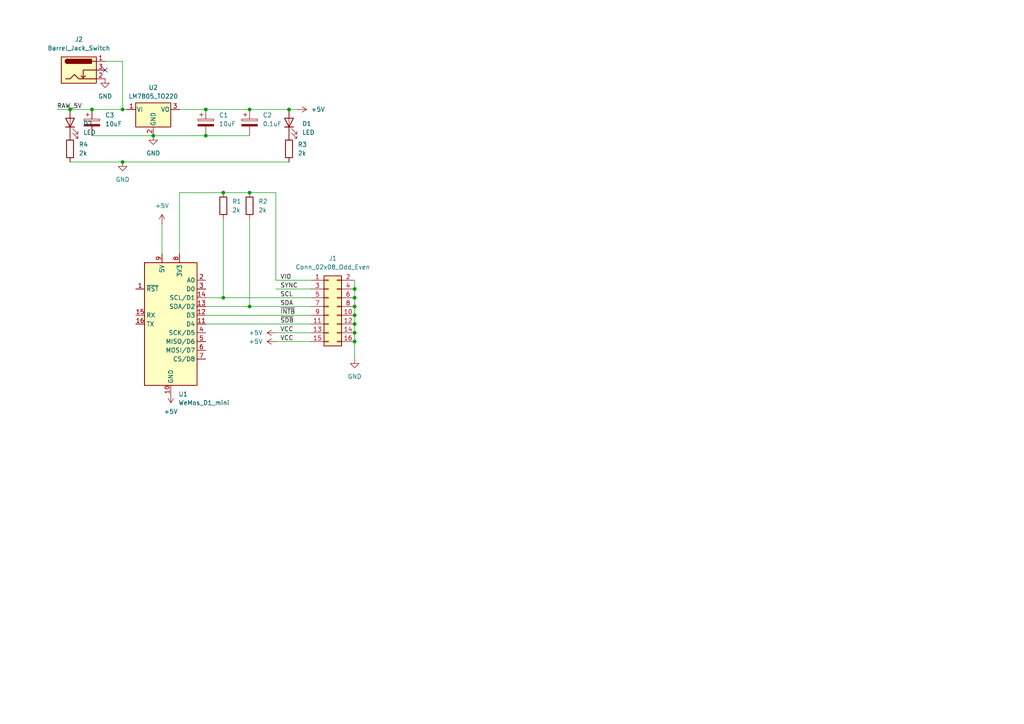
<source format=kicad_sch>
(kicad_sch (version 20231120) (generator "eeschema") (generator_version "8.0")
  (paper "A4")
  (lib_symbols
    (symbol "Connector:Barrel_Jack_Switch" (pin_names hide)
      (property "Reference" "J" (at 0 5.334 0))
      (property "Value" "Barrel_Jack_Switch" (at 0 -5.08 0))
      (symbol "Barrel_Jack_Switch_0_1"
        (rectangle (start -5.08 3.81) (end 5.08 -3.81) (stroke (width 0.254)) (fill (type background)))
        (arc (start -3.302 3.175) (mid -3.9343 2.54) (end -3.302 1.905) (stroke (width 0.254)))
        (arc (start -3.302 3.175) (mid -3.9343 2.54) (end -3.302 1.905) (stroke (width 0.254)) (fill (type outline)))
        (polyline (pts (xy 1.27 -2.286) (xy 1.905 -1.651)) (stroke (width 0.254)))
        (polyline (pts (xy 5.08 2.54) (xy 3.81 2.54)) (stroke (width 0.254)))
        (polyline (pts (xy 5.08 0) (xy 1.27 0) (xy 1.27 -2.286) (xy 0.635 -1.651)) (stroke (width 0.254)))
        (polyline (pts (xy -3.81 -2.54) (xy -2.54 -2.54) (xy -1.27 -1.27) (xy 0 -2.54) (xy 2.54 -2.54) (xy 5.08 -2.54)) (stroke (width 0.254)))
        (rectangle (start 3.683 3.175) (end -3.302 1.905) (stroke (width 0.254)) (fill (type outline)))
      )
      (symbol "Barrel_Jack_Switch_1_1"
        (pin passive line (at 7.62 2.54 180) (length 2.54) (name "~") (number "1"))
        (pin passive line (at 7.62 -2.54 180) (length 2.54) (name "~") (number "2"))
        (pin passive line (at 7.62 0 180) (length 2.54) (name "~") (number "3"))
      )
    )
    (symbol "Connector_Generic:Conn_02x08_Odd_Even" (pin_names (offset 1.016) hide)
      (property "Reference" "J" (at 1.27 10.16 0))
      (property "Value" "Conn_02x08_Odd_Even" (at 1.27 -12.7 0))
      (symbol "Conn_02x08_Odd_Even_1_1"
        (rectangle (start -1.27 -10.033) (end 0 -10.287) (stroke (width 0.1524)))
        (rectangle (start -1.27 -7.493) (end 0 -7.747) (stroke (width 0.1524)))
        (rectangle (start -1.27 -4.953) (end 0 -5.207) (stroke (width 0.1524)))
        (rectangle (start -1.27 -2.413) (end 0 -2.667) (stroke (width 0.1524)))
        (rectangle (start -1.27 0.127) (end 0 -0.127) (stroke (width 0.1524)))
        (rectangle (start -1.27 2.667) (end 0 2.413) (stroke (width 0.1524)))
        (rectangle (start -1.27 5.207) (end 0 4.953) (stroke (width 0.1524)))
        (rectangle (start -1.27 7.747) (end 0 7.493) (stroke (width 0.1524)))
        (rectangle (start -1.27 8.89) (end 3.81 -11.43) (stroke (width 0.254)) (fill (type background)))
        (rectangle (start 3.81 -10.033) (end 2.54 -10.287) (stroke (width 0.1524)))
        (rectangle (start 3.81 -7.493) (end 2.54 -7.747) (stroke (width 0.1524)))
        (rectangle (start 3.81 -4.953) (end 2.54 -5.207) (stroke (width 0.1524)))
        (rectangle (start 3.81 -2.413) (end 2.54 -2.667) (stroke (width 0.1524)))
        (rectangle (start 3.81 0.127) (end 2.54 -0.127) (stroke (width 0.1524)))
        (rectangle (start 3.81 2.667) (end 2.54 2.413) (stroke (width 0.1524)))
        (rectangle (start 3.81 5.207) (end 2.54 4.953) (stroke (width 0.1524)))
        (rectangle (start 3.81 7.747) (end 2.54 7.493) (stroke (width 0.1524)))
        (pin passive line (at -5.08 7.62 0) (length 3.81) (name "Pin_1") (number "1"))
        (pin passive line (at 7.62 -2.54 180) (length 3.81) (name "Pin_10") (number "10"))
        (pin passive line (at -5.08 -5.08 0) (length 3.81) (name "Pin_11") (number "11"))
        (pin passive line (at 7.62 -5.08 180) (length 3.81) (name "Pin_12") (number "12"))
        (pin passive line (at -5.08 -7.62 0) (length 3.81) (name "Pin_13") (number "13"))
        (pin passive line (at 7.62 -7.62 180) (length 3.81) (name "Pin_14") (number "14"))
        (pin passive line (at -5.08 -10.16 0) (length 3.81) (name "Pin_15") (number "15"))
        (pin passive line (at 7.62 -10.16 180) (length 3.81) (name "Pin_16") (number "16"))
        (pin passive line (at 7.62 7.62 180) (length 3.81) (name "Pin_2") (number "2"))
        (pin passive line (at -5.08 5.08 0) (length 3.81) (name "Pin_3") (number "3"))
        (pin passive line (at 7.62 5.08 180) (length 3.81) (name "Pin_4") (number "4"))
        (pin passive line (at -5.08 2.54 0) (length 3.81) (name "Pin_5") (number "5"))
        (pin passive line (at 7.62 2.54 180) (length 3.81) (name "Pin_6") (number "6"))
        (pin passive line (at -5.08 0 0) (length 3.81) (name "Pin_7") (number "7"))
        (pin passive line (at 7.62 0 180) (length 3.81) (name "Pin_8") (number "8"))
        (pin passive line (at -5.08 -2.54 0) (length 3.81) (name "Pin_9") (number "9"))
      )
    )
    (symbol "Device:C_Polarized" (pin_numbers hide) (pin_names (offset 0.254))
      (property "Reference" "C" (at 0.635 2.54 0))
      (property "Value" "C_Polarized" (at 0.635 -2.54 0))
      (symbol "C_Polarized_0_1"
        (rectangle (start -2.286 0.508) (end 2.286 1.016))
        (polyline (pts (xy -1.778 2.286) (xy -0.762 2.286)))
        (polyline (pts (xy -1.27 2.794) (xy -1.27 1.778)))
        (rectangle (start 2.286 -0.508) (end -2.286 -1.016) (fill (type outline)))
      )
      (symbol "C_Polarized_1_1"
        (pin passive line (at 0 3.81 270) (length 2.794) (name "~") (number "1"))
        (pin passive line (at 0 -3.81 90) (length 2.794) (name "~") (number "2"))
      )
    )
    (symbol "Device:LED" (pin_numbers hide) (pin_names (offset 1.016) hide)
      (property "Reference" "D" (at 0 2.54 0))
      (property "Value" "LED" (at 0 -2.54 0))
      (symbol "LED_0_1"
        (polyline (pts (xy -1.27 -1.27) (xy -1.27 1.27)) (stroke (width 0.254)))
        (polyline (pts (xy -1.27 0) (xy 1.27 0)))
        (polyline (pts (xy 1.27 -1.27) (xy 1.27 1.27) (xy -1.27 0) (xy 1.27 -1.27)) (stroke (width 0.254)))
        (polyline (pts (xy -3.048 -0.762) (xy -4.572 -2.286) (xy -3.81 -2.286) (xy -4.572 -2.286) (xy -4.572 -1.524)))
        (polyline (pts (xy -1.778 -0.762) (xy -3.302 -2.286) (xy -2.54 -2.286) (xy -3.302 -2.286) (xy -3.302 -1.524)))
      )
      (symbol "LED_1_1"
        (pin passive line (at -3.81 0 0) (length 2.54) (name "K") (number "1"))
        (pin passive line (at 3.81 0 180) (length 2.54) (name "A") (number "2"))
      )
    )
    (symbol "Device:R" (pin_numbers hide) (pin_names (offset 0))
      (property "Reference" "R" (at 2.032 0 90))
      (property "Value" "R" (at 0 0 90))
      (symbol "R_0_1"
        (rectangle (start -1.016 -2.54) (end 1.016 2.54) (stroke (width 0.254)))
      )
      (symbol "R_1_1"
        (pin passive line (at 0 3.81 270) (length 1.27) (name "~") (number "1"))
        (pin passive line (at 0 -3.81 90) (length 1.27) (name "~") (number "2"))
      )
    )
    (symbol "MCU_Module:WeMos_D1_mini"
      (property "Reference" "U" (at 3.81 19.05 0))
      (property "Value" "WeMos_D1_mini" (at 1.27 -19.05 0))
      (symbol "WeMos_D1_mini_1_1"
        (rectangle (start -7.62 17.78) (end 7.62 -17.78) (stroke (width 0.254)) (fill (type background)))
        (pin input line (at -10.16 10.16 0) (length 2.54) (name "~{RST}") (number "1"))
        (pin power_in line (at 0 -20.32 90) (length 2.54) (name "GND") (number "10"))
        (pin bidirectional line (at 10.16 0 180) (length 2.54) (name "D4") (number "11"))
        (pin bidirectional line (at 10.16 2.54 180) (length 2.54) (name "D3") (number "12"))
        (pin bidirectional line (at 10.16 5.08 180) (length 2.54) (name "SDA/D2") (number "13"))
        (pin bidirectional line (at 10.16 7.62 180) (length 2.54) (name "SCL/D1") (number "14"))
        (pin input line (at -10.16 2.54 0) (length 2.54) (name "RX") (number "15"))
        (pin output line (at -10.16 0 0) (length 2.54) (name "TX") (number "16"))
        (pin input line (at 10.16 12.7 180) (length 2.54) (name "A0") (number "2"))
        (pin bidirectional line (at 10.16 10.16 180) (length 2.54) (name "D0") (number "3"))
        (pin bidirectional line (at 10.16 -2.54 180) (length 2.54) (name "SCK/D5") (number "4"))
        (pin bidirectional line (at 10.16 -5.08 180) (length 2.54) (name "MISO/D6") (number "5"))
        (pin bidirectional line (at 10.16 -7.62 180) (length 2.54) (name "MOSI/D7") (number "6"))
        (pin bidirectional line (at 10.16 -10.16 180) (length 2.54) (name "CS/D8") (number "7"))
        (pin power_out line (at 2.54 20.32 270) (length 2.54) (name "3V3") (number "8"))
        (pin power_in line (at -2.54 20.32 270) (length 2.54) (name "5V") (number "9"))
      )
    )
    (symbol "Regulator_Linear:LM7805_TO220" (pin_names (offset 0.254))
      (property "Reference" "U" (at -3.81 3.175 0))
      (property "Value" "LM7805_TO220" (at 0 3.175 0))
      (symbol "LM7805_TO220_0_1"
        (rectangle (start -5.08 1.905) (end 5.08 -5.08) (stroke (width 0.254)) (fill (type background)))
      )
      (symbol "LM7805_TO220_1_1"
        (pin power_in line (at -7.62 0 0) (length 2.54) (name "VI") (number "1"))
        (pin power_in line (at 0 -7.62 90) (length 2.54) (name "GND") (number "2"))
        (pin power_out line (at 7.62 0 180) (length 2.54) (name "VO") (number "3"))
      )
    )
    (symbol "power:+5V" (power) (pin_numbers hide) (pin_names (offset 0) hide)
      (property "Value" "+5V" (at 0 3.556 0))
      (symbol "+5V_0_1"
        (polyline (pts (xy -0.762 1.27) (xy 0 2.54)))
        (polyline (pts (xy 0 0) (xy 0 2.54)))
        (polyline (pts (xy 0 2.54) (xy 0.762 1.27)))
      )
      (symbol "+5V_1_1"
        (pin power_in line (at 0 0 90) (length 0) (name "~") (number "1"))
      )
    )
    (symbol "power:GND" (power) (pin_numbers hide) (pin_names (offset 0) hide)
      (property "Value" "GND" (at 0 -3.81 0))
      (symbol "GND_0_1"
        (polyline (pts (xy 0 0) (xy 0 -1.27) (xy 1.27 -1.27) (xy 0 -2.54) (xy -1.27 -1.27) (xy 0 -1.27)))
      )
      (symbol "GND_1_1"
        (pin power_in line (at 0 0 270) (length 0) (name "~") (number "1"))
      )
    )
  )
  (junction (at 72.39 55.88))
  (junction (at 102.87 86.36))
  (junction (at 64.77 55.88))
  (junction (at 44.45 39.37))
  (junction (at 102.87 93.98))
  (junction (at 102.87 91.44))
  (junction (at 102.87 99.06))
  (junction (at 59.69 31.75))
  (junction (at 59.69 39.37))
  (junction (at 72.39 88.9))
  (junction (at 64.77 86.36))
  (junction (at 72.39 31.75))
  (junction (at 102.87 96.52))
  (junction (at 102.87 88.9))
  (junction (at 26.67 31.75))
  (junction (at 20.32 31.75))
  (junction (at 35.56 31.75))
  (junction (at 83.82 31.75))
  (junction (at 102.87 83.82))
  (junction (at 35.56 46.99))
  (no_connect (at 30.48 20.32))
  (wire (pts (xy 16.51 31.75) (xy 20.32 31.75)))
  (wire (pts (xy 102.87 93.98) (xy 102.87 96.52)))
  (wire (pts (xy 80.01 96.52) (xy 90.17 96.52)))
  (wire (pts (xy 35.56 31.75) (xy 36.83 31.75)))
  (wire (pts (xy 72.39 88.9) (xy 90.17 88.9)))
  (wire (pts (xy 20.32 46.99) (xy 35.56 46.99)))
  (wire (pts (xy 102.87 88.9) (xy 102.87 91.44)))
  (wire (pts (xy 26.67 39.37) (xy 44.45 39.37)))
  (wire (pts (xy 35.56 17.78) (xy 35.56 31.75)))
  (wire (pts (xy 83.82 31.75) (xy 86.36 31.75)))
  (wire (pts (xy 59.69 31.75) (xy 72.39 31.75)))
  (wire (pts (xy 59.69 91.44) (xy 90.17 91.44)))
  (wire (pts (xy 102.87 91.44) (xy 102.87 93.98)))
  (wire (pts (xy 46.99 64.77) (xy 46.99 73.66)))
  (wire (pts (xy 26.67 31.75) (xy 35.56 31.75)))
  (wire (pts (xy 35.56 46.99) (xy 83.82 46.99)))
  (wire (pts (xy 72.39 31.75) (xy 83.82 31.75)))
  (wire (pts (xy 80.01 99.06) (xy 90.17 99.06)))
  (wire (pts (xy 72.39 63.5) (xy 72.39 88.9)))
  (wire (pts (xy 59.69 93.98) (xy 90.17 93.98)))
  (wire (pts (xy 64.77 63.5) (xy 64.77 86.36)))
  (wire (pts (xy 72.39 55.88) (xy 80.01 55.88)))
  (wire (pts (xy 80.01 81.28) (xy 90.17 81.28)))
  (wire (pts (xy 30.48 17.78) (xy 35.56 17.78)))
  (wire (pts (xy 59.69 88.9) (xy 72.39 88.9)))
  (wire (pts (xy 59.69 86.36) (xy 64.77 86.36)))
  (wire (pts (xy 20.32 31.75) (xy 26.67 31.75)))
  (wire (pts (xy 64.77 55.88) (xy 72.39 55.88)))
  (wire (pts (xy 102.87 86.36) (xy 102.87 88.9)))
  (wire (pts (xy 80.01 83.82) (xy 90.17 83.82)))
  (wire (pts (xy 102.87 96.52) (xy 102.87 99.06)))
  (wire (pts (xy 102.87 99.06) (xy 102.87 104.14)))
  (wire (pts (xy 59.69 39.37) (xy 72.39 39.37)))
  (wire (pts (xy 44.45 39.37) (xy 59.69 39.37)))
  (wire (pts (xy 102.87 81.28) (xy 102.87 83.82)))
  (wire (pts (xy 52.07 55.88) (xy 64.77 55.88)))
  (wire (pts (xy 80.01 55.88) (xy 80.01 81.28)))
  (wire (pts (xy 64.77 86.36) (xy 90.17 86.36)))
  (wire (pts (xy 52.07 31.75) (xy 59.69 31.75)))
  (wire (pts (xy 52.07 73.66) (xy 52.07 55.88)))
  (wire (pts (xy 102.87 83.82) (xy 102.87 86.36)))
  (label "SCL" (at 81.28 86.36 0))
  (label "VCC" (at 81.28 96.52 0))
  (label "VIO" (at 81.28 81.28 0))
  (label "SYNC" (at 81.28 83.82 0))
  (label "RAW_5V" (at 16.51 31.75 0))
  (label "VCC" (at 81.28 99.06 0))
  (label "SDA" (at 81.28 88.9 0))
  (label "~{SDB}" (at 81.28 93.98 0))
  (label "~{INTB}" (at 81.28 91.44 0))
  (symbol (lib_id "power:GND") (at 30.48 22.86 0) (unit 1)
    (property "Reference" "#PWR08" (effects (hide yes)))
    (property "Value" "GND" (at 30.48 27.94 0))
    (property "Description" "Power symbol creates a global label with name \"GND\" , ground" (effects (hide yes)))
  )
  (symbol (lib_id "Device:C_Polarized") (at 26.67 35.56 0) (unit 1)
    (property "Reference" "C3" (at 30.48 33.4009 0) (effects (justify left)))
    (property "Value" "10uF" (at 30.48 35.9409 0) (effects (justify left)))
    (property "Footprint" "Capacitor_THT:CP_Radial_D8.0mm_P2.50mm" (effects (hide yes)))
    (property "Description" "Polarized capacitor" (effects (hide yes)))
  )
  (symbol (lib_id "Device:LED") (at 20.32 35.56 90) (unit 1)
    (property "Reference" "D2" (at 24.13 35.8774 90) (effects (justify right)))
    (property "Value" "LED" (at 24.13 38.4174 90) (effects (justify right)))
    (property "Footprint" "LED_THT:LED_D5.0mm" (effects (hide yes)))
    (property "Description" "Light emitting diode" (effects (hide yes)))
  )
  (symbol (lib_id "power:+5V") (at 86.36 31.75 270) (unit 1)
    (property "Reference" "#PWR07" (effects (hide yes)))
    (property "Value" "+5V" (at 90.17 31.7499 90) (effects (justify left)))
    (property "Description" "Power symbol creates a global label with name \"+5V\"" (effects (hide yes)))
  )
  (symbol (lib_id "Device:C_Polarized") (at 59.69 35.56 0) (unit 1)
    (property "Reference" "C1" (at 63.5 33.4009 0) (effects (justify left)))
    (property "Value" "10uF" (at 63.5 35.9409 0) (effects (justify left)))
    (property "Footprint" "Capacitor_THT:CP_Radial_D8.0mm_P2.50mm" (effects (hide yes)))
    (property "Description" "Polarized capacitor" (effects (hide yes)))
  )
  (symbol (lib_id "Regulator_Linear:LM7805_TO220") (at 44.45 31.75 0) (unit 1)
    (property "Reference" "U2" (at 44.45 25.4 0))
    (property "Value" "LM7805_TO220" (at 44.45 27.94 0))
    (property "Footprint" "Package_TO_SOT_THT:TO-220-3_Vertical" (effects (hide yes)))
    (property "Datasheet" "https://www.onsemi.cn/PowerSolutions/document/MC7800-D.PDF" (effects (hide yes)))
    (property "Description" "Positive 1A 35V Linear Regulator, Fixed Output 5V, TO-220" (effects (hide yes)))
  )
  (symbol (lib_id "Device:R") (at 72.39 59.69 0) (unit 1)
    (property "Reference" "R2" (at 74.93 58.4199 0) (effects (justify left)))
    (property "Value" "2k" (at 74.93 60.9599 0) (effects (justify left)))
    (property "Footprint" "Resistor_THT:R_Axial_DIN0207_L6.3mm_D2.5mm_P10.16mm_Horizontal" (effects (hide yes)))
    (property "Description" "Resistor" (effects (hide yes)))
  )
  (symbol (lib_id "power:+5V") (at 49.53 114.3 180) (unit 1)
    (property "Reference" "#PWR05" (effects (hide yes)))
    (property "Value" "+5V" (at 49.53 119.38 0))
    (property "Description" "Power symbol creates a global label with name \"+5V\"" (effects (hide yes)))
  )
  (symbol (lib_id "power:GND") (at 102.87 104.14 0) (unit 1)
    (property "Reference" "#PWR01" (effects (hide yes)))
    (property "Value" "GND" (at 102.87 109.22 0))
    (property "Description" "Power symbol creates a global label with name \"GND\" , ground" (effects (hide yes)))
  )
  (symbol (lib_id "power:+5V") (at 80.01 96.52 90) (unit 1)
    (property "Reference" "#PWR04" (effects (hide yes)))
    (property "Value" "+5V" (at 76.2 96.5199 90) (effects (justify left)))
    (property "Description" "Power symbol creates a global label with name \"+5V\"" (effects (hide yes)))
  )
  (symbol (lib_id "power:GND") (at 44.45 39.37 0) (unit 1)
    (property "Reference" "#PWR06" (effects (hide yes)))
    (property "Value" "GND" (at 44.45 44.45 0))
    (property "Description" "Power symbol creates a global label with name \"GND\" , ground" (effects (hide yes)))
  )
  (symbol (lib_id "Connector_Generic:Conn_02x08_Odd_Even") (at 95.25 88.9 0) (unit 1)
    (property "Reference" "J1" (at 96.52 74.93 0))
    (property "Value" "Conn_02x08_Odd_Even" (at 96.52 77.47 0))
    (property "Footprint" "Connector_IDC:IDC-Header_2x08_P2.54mm_Vertical" (effects (hide yes)))
    (property "Description" "Generic connector, double row, 02x08, odd/even pin numbering scheme (row 1 odd numbers, row 2 even numbers), script generated (kicad-library-utils/schlib/autogen/connector/)" (effects (hide yes)))
    (property "LCSC" "C4749181" (effects (hide yes)))
  )
  (symbol (lib_id "power:GND") (at 35.56 46.99 0) (unit 1)
    (property "Reference" "#PWR09" (effects (hide yes)))
    (property "Value" "GND" (at 35.56 52.07 0))
    (property "Description" "Power symbol creates a global label with name \"GND\" , ground" (effects (hide yes)))
  )
  (symbol (lib_id "Device:R") (at 20.32 43.18 0) (unit 1)
    (property "Reference" "R4" (at 22.86 41.9099 0) (effects (justify left)))
    (property "Value" "2k" (at 22.86 44.4499 0) (effects (justify left)))
    (property "Footprint" "Resistor_THT:R_Axial_DIN0207_L6.3mm_D2.5mm_P10.16mm_Horizontal" (effects (hide yes)))
    (property "Description" "Resistor" (effects (hide yes)))
  )
  (symbol (lib_id "Device:C_Polarized") (at 72.39 35.56 0) (unit 1)
    (property "Reference" "C2" (at 76.2 33.4009 0) (effects (justify left)))
    (property "Value" "0.1uF" (at 76.2 35.9409 0) (effects (justify left)))
    (property "Footprint" "Capacitor_THT:CP_Radial_D8.0mm_P2.50mm" (effects (hide yes)))
    (property "Description" "Polarized capacitor" (effects (hide yes)))
  )
  (symbol (lib_id "MCU_Module:WeMos_D1_mini") (at 49.53 93.98 0) (unit 1)
    (property "Reference" "U1" (at 51.7241 114.3 0) (effects (justify left)))
    (property "Value" "WeMos_D1_mini" (at 51.7241 116.84 0) (effects (justify left)))
    (property "Footprint" "Module:WEMOS_D1_mini_light" (effects (hide yes)))
    (property "Datasheet" "https://wiki.wemos.cc/products:d1:d1_mini#documentation" (effects (hide yes)))
    (property "Description" "32-bit microcontroller module with WiFi" (effects (hide yes)))
  )
  (symbol (lib_id "Device:R") (at 64.77 59.69 0) (unit 1)
    (property "Reference" "R1" (at 67.31 58.4199 0) (effects (justify left)))
    (property "Value" "2k" (at 67.31 60.9599 0) (effects (justify left)))
    (property "Footprint" "Resistor_THT:R_Axial_DIN0207_L6.3mm_D2.5mm_P10.16mm_Horizontal" (effects (hide yes)))
    (property "Description" "Resistor" (effects (hide yes)))
  )
  (symbol (lib_id "Device:LED") (at 83.82 35.56 90) (unit 1)
    (property "Reference" "D1" (at 87.63 35.8774 90) (effects (justify right)))
    (property "Value" "LED" (at 87.63 38.4174 90) (effects (justify right)))
    (property "Footprint" "LED_THT:LED_D5.0mm" (effects (hide yes)))
    (property "Description" "Light emitting diode" (effects (hide yes)))
  )
  (symbol (lib_id "power:+5V") (at 80.01 99.06 90) (unit 1)
    (property "Reference" "#PWR03" (effects (hide yes)))
    (property "Value" "+5V" (at 76.2 99.0599 90) (effects (justify left)))
    (property "Description" "Power symbol creates a global label with name \"+5V\"" (effects (hide yes)))
  )
  (symbol (lib_id "Connector:Barrel_Jack_Switch") (at 22.86 20.32 0) (unit 1)
    (property "Reference" "J2" (at 22.86 11.43 0))
    (property "Value" "Barrel_Jack_Switch" (at 22.86 13.97 0))
    (property "Footprint" "Connector_BarrelJack:BarrelJack_GCT_DCJ200-10-A_Horizontal" (effects (hide yes)))
    (property "Description" "DC Barrel Jack with an internal switch" (effects (hide yes)))
  )
  (symbol (lib_id "Device:R") (at 83.82 43.18 0) (unit 1)
    (property "Reference" "R3" (at 86.36 41.9099 0) (effects (justify left)))
    (property "Value" "2k" (at 86.36 44.4499 0) (effects (justify left)))
    (property "Footprint" "Resistor_THT:R_Axial_DIN0207_L6.3mm_D2.5mm_P10.16mm_Horizontal" (effects (hide yes)))
    (property "Description" "Resistor" (effects (hide yes)))
  )
  (symbol (lib_id "power:+5V") (at 46.99 64.77 0) (unit 1)
    (property "Reference" "#PWR02" (effects (hide yes)))
    (property "Value" "+5V" (at 46.99 59.69 0))
    (property "Description" "Power symbol creates a global label with name \"+5V\"" (effects (hide yes)))
  )
)
</source>
